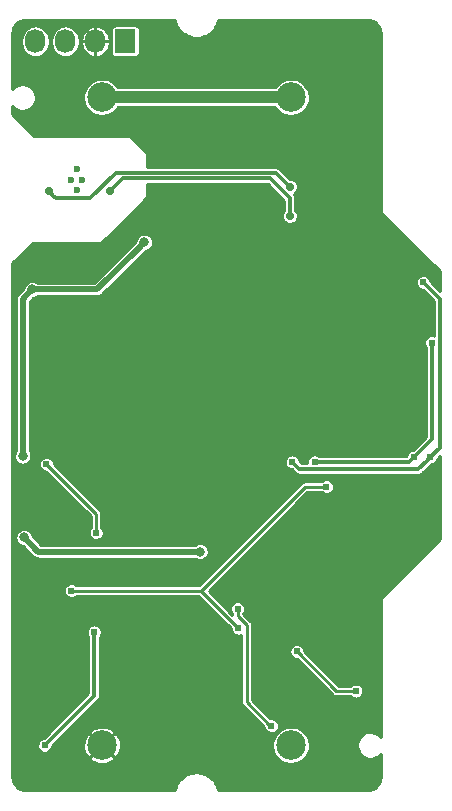
<source format=gbl>
G04 #@! TF.FileFunction,Copper,L2,Bot,Signal*
%FSLAX46Y46*%
G04 Gerber Fmt 4.6, Leading zero omitted, Abs format (unit mm)*
G04 Created by KiCad (PCBNEW 4.0.5) date 2017 April 23, Sunday 17:14:46*
%MOMM*%
%LPD*%
G01*
G04 APERTURE LIST*
%ADD10C,0.100000*%
%ADD11C,0.584200*%
%ADD12C,0.600000*%
%ADD13C,0.604800*%
%ADD14C,0.704800*%
%ADD15R,1.727200X2.032000*%
%ADD16O,1.727200X2.032000*%
%ADD17C,2.500000*%
%ADD18C,0.609600*%
%ADD19C,0.804800*%
%ADD20C,1.016000*%
%ADD21C,0.254000*%
%ADD22C,0.508000*%
%ADD23C,0.304800*%
G04 APERTURE END LIST*
D10*
D11*
X21900000Y12900000D03*
X22400000Y13650000D03*
X21400000Y13650000D03*
X21400000Y12150000D03*
X22400000Y12150000D03*
D12*
X6300000Y52099998D03*
X5400000Y52099998D03*
X5850000Y51199998D03*
X5850000Y52999998D03*
D13*
X19250000Y11350000D03*
D14*
X17950000Y20700000D03*
X33600000Y46500000D03*
X34400001Y45700000D03*
X13350000Y18950000D03*
X12250000Y18950000D03*
X26850000Y22650000D03*
X29850000Y22650000D03*
X32800000Y29100000D03*
X7400000Y61350000D03*
X12900000Y11100000D03*
X32200000Y32350000D03*
X8600000Y61350000D03*
X3050000Y32400000D03*
X3050000Y33600000D03*
X24600000Y61600000D03*
X23400000Y61600000D03*
X24600000Y1400000D03*
X23400000Y1400000D03*
X8600000Y1400000D03*
X7400000Y1400000D03*
X11700000Y11100000D03*
X10500000Y11100000D03*
X34000000Y20300000D03*
X33200000Y19500000D03*
X32200000Y34550000D03*
X32200000Y38600000D03*
X27300000Y37500000D03*
X27300000Y38600000D03*
D15*
X9990001Y63800000D03*
D16*
X7450001Y63800000D03*
X4910001Y63800000D03*
X2370001Y63800000D03*
D14*
X27300000Y39700000D03*
D17*
X24000000Y4200000D03*
X24000000Y59060000D03*
X8000000Y59060000D03*
X8000000Y4200000D03*
D13*
X24250000Y14700000D03*
D18*
X35100000Y23650000D03*
X35750000Y23650000D03*
X30000000Y48400000D03*
X30000000Y49000000D03*
X24700000Y49600000D03*
X24700000Y48400000D03*
X2800000Y56400000D03*
X34100000Y43300000D03*
X22350000Y5850000D03*
D19*
X11599997Y46799997D03*
X2100000Y42800000D03*
X1300000Y28700000D03*
X1400000Y21800000D03*
X16300000Y20600000D03*
D18*
X19479566Y15779566D03*
X3300000Y28000000D03*
X7500000Y22200000D03*
X34400000Y28600000D03*
D14*
X23900000Y49000000D03*
D18*
X26000001Y28200000D03*
D14*
X8700000Y51100000D03*
D18*
X35900000Y38300000D03*
D14*
X3500000Y51099994D03*
D18*
X35200008Y43400000D03*
X35800000Y28600000D03*
D14*
X23900000Y51500000D03*
D18*
X24100001Y28200000D03*
X19537516Y14109588D03*
X27000000Y26100000D03*
X5400000Y17300000D03*
X3150000Y4200002D03*
X7340822Y13800000D03*
X29500000Y8800000D03*
X24500000Y12150000D03*
D20*
X8000000Y59060000D02*
X24000000Y59060000D01*
D21*
X20250000Y7850000D02*
X22250000Y5850000D01*
X22250000Y5850000D02*
X22350000Y5850000D01*
X20250000Y7850000D02*
X20250000Y14400000D01*
X20250000Y14400000D02*
X19479566Y15170434D01*
X19479566Y15170434D02*
X19479566Y15779566D01*
D22*
X7600000Y42800000D02*
X11197598Y46397598D01*
X2100000Y42800000D02*
X7600000Y42800000D01*
X11197598Y46397598D02*
X11599997Y46799997D01*
X1300000Y28700000D02*
X1300000Y42000000D01*
X1300000Y42000000D02*
X2100000Y42800000D01*
X16300000Y20600000D02*
X2600000Y20600000D01*
X2600000Y20600000D02*
X1400000Y21800000D01*
D21*
X7500000Y22200000D02*
X7500000Y23800000D01*
X7500000Y23800000D02*
X3300000Y28000000D01*
D23*
X23900000Y49000000D02*
X23900000Y50527342D01*
X23900000Y50527342D02*
X22227342Y52200000D01*
X22227342Y52200000D02*
X9800000Y52200000D01*
X9800000Y52200000D02*
X8700000Y51100000D01*
X34400000Y28600000D02*
X34000000Y28200000D01*
X34000000Y28200000D02*
X26000001Y28200000D01*
X35900000Y30100000D02*
X35900000Y38300000D01*
X34400000Y28600000D02*
X35900000Y30100000D01*
X23900000Y51500000D02*
X22742790Y52657210D01*
X22742790Y52657210D02*
X9157210Y52657210D01*
X9157210Y52657210D02*
X7000000Y50500000D01*
X7000000Y50500000D02*
X4099994Y50500000D01*
X4099994Y50500000D02*
X3852399Y50747595D01*
X3852399Y50747595D02*
X3500000Y51099994D01*
X35504807Y43095201D02*
X35200008Y43400000D01*
X36600000Y29400000D02*
X36600000Y42000008D01*
X35800000Y28600000D02*
X36600000Y29400000D01*
X36600000Y42000008D02*
X35504807Y43095201D01*
X34790399Y27590399D02*
X35495201Y28295201D01*
X24709602Y27590399D02*
X34790399Y27590399D01*
X35495201Y28295201D02*
X35800000Y28600000D01*
X24100001Y28200000D02*
X24709602Y27590399D01*
D21*
X19232717Y14414387D02*
X19537516Y14109588D01*
X16400000Y17247104D02*
X19232717Y14414387D01*
X16400000Y17300000D02*
X16400000Y17247104D01*
X16400000Y17300000D02*
X25200000Y26100000D01*
X25200000Y26100000D02*
X27000000Y26100000D01*
X16400000Y17300000D02*
X5400000Y17300000D01*
D23*
X3454799Y4504801D02*
X3150000Y4200002D01*
X7340822Y8390824D02*
X3454799Y4504801D01*
X7340822Y13800000D02*
X7340822Y8390824D01*
D21*
X29500000Y8800000D02*
X27850000Y8800000D01*
X27850000Y8800000D02*
X24500000Y12150000D01*
G36*
X14140167Y65594799D02*
X14144876Y65571015D01*
X14146549Y65565611D01*
X14235067Y65286566D01*
X14249546Y65252784D01*
X14263530Y65218855D01*
X14266221Y65213879D01*
X14407254Y64957342D01*
X14428005Y64927035D01*
X14448326Y64896450D01*
X14451932Y64892091D01*
X14640107Y64667833D01*
X14666354Y64642130D01*
X14692224Y64616078D01*
X14696608Y64612503D01*
X14924758Y64429066D01*
X14955505Y64408946D01*
X14985936Y64388420D01*
X14990931Y64385764D01*
X15250366Y64250135D01*
X15284418Y64236377D01*
X15318272Y64222146D01*
X15323688Y64220511D01*
X15604525Y64137856D01*
X15640567Y64130981D01*
X15676576Y64123589D01*
X15682206Y64123038D01*
X15973751Y64096506D01*
X16010436Y64096762D01*
X16047198Y64096505D01*
X16052828Y64097058D01*
X16052832Y64097058D01*
X16343973Y64127658D01*
X16379945Y64135042D01*
X16416024Y64141924D01*
X16421440Y64143559D01*
X16701096Y64230128D01*
X16734937Y64244354D01*
X16769003Y64258117D01*
X16773998Y64260773D01*
X17031513Y64400012D01*
X17061967Y64420553D01*
X17092691Y64440658D01*
X17097075Y64444233D01*
X17322641Y64630838D01*
X17348524Y64656903D01*
X17374758Y64682592D01*
X17378358Y64686946D01*
X17378364Y64686952D01*
X17378368Y64686959D01*
X17563389Y64913816D01*
X17583680Y64944356D01*
X17604462Y64974707D01*
X17607152Y64979684D01*
X17744589Y65238165D01*
X17758584Y65272118D01*
X17773053Y65305876D01*
X17774725Y65311280D01*
X17859338Y65591534D01*
X17859985Y65594800D01*
X30480186Y65594799D01*
X30712269Y65572043D01*
X30916455Y65510395D01*
X31104781Y65410260D01*
X31270064Y65275458D01*
X31406017Y65111119D01*
X31507464Y64923497D01*
X31570535Y64719746D01*
X31594800Y64488878D01*
X31594800Y49500000D01*
X31598449Y49462781D01*
X31601714Y49425464D01*
X31602309Y49423415D01*
X31602517Y49421296D01*
X31613326Y49385495D01*
X31623777Y49349522D01*
X31624759Y49347629D01*
X31625374Y49345590D01*
X31642969Y49312499D01*
X31660171Y49279314D01*
X31661496Y49277654D01*
X31662500Y49275766D01*
X31686210Y49246695D01*
X31709508Y49217509D01*
X31712430Y49214546D01*
X31712482Y49214482D01*
X31712541Y49214433D01*
X31713480Y49213481D01*
X36594800Y44332161D01*
X36594800Y42687708D01*
X35834831Y43447677D01*
X35835035Y43462265D01*
X35810847Y43584423D01*
X35763392Y43699557D01*
X35694478Y43803280D01*
X35606730Y43891643D01*
X35503490Y43961279D01*
X35388691Y44009536D01*
X35266705Y44034577D01*
X35142178Y44035446D01*
X35019854Y44012111D01*
X34904392Y43965462D01*
X34800190Y43897274D01*
X34711216Y43810145D01*
X34640861Y43707394D01*
X34591804Y43592934D01*
X34565913Y43471125D01*
X34564174Y43346608D01*
X34586654Y43224124D01*
X34632496Y43108339D01*
X34699955Y43003663D01*
X34786461Y42914084D01*
X34888718Y42843013D01*
X35002833Y42793157D01*
X35124458Y42766417D01*
X35151661Y42765847D01*
X36117400Y41800108D01*
X36117400Y38897464D01*
X36088683Y38909536D01*
X35966697Y38934577D01*
X35842170Y38935446D01*
X35719846Y38912111D01*
X35604384Y38865462D01*
X35500182Y38797274D01*
X35411208Y38710145D01*
X35340853Y38607394D01*
X35291796Y38492934D01*
X35265905Y38371125D01*
X35264166Y38246608D01*
X35286646Y38124124D01*
X35332488Y38008339D01*
X35399947Y37903663D01*
X35417400Y37885590D01*
X35417400Y30299899D01*
X34352872Y29235371D01*
X34342170Y29235446D01*
X34219846Y29212111D01*
X34104384Y29165462D01*
X34000182Y29097274D01*
X33911208Y29010145D01*
X33840853Y28907394D01*
X33791796Y28792934D01*
X33768344Y28682600D01*
X26415703Y28682600D01*
X26406723Y28691643D01*
X26303483Y28761279D01*
X26188684Y28809536D01*
X26066698Y28834577D01*
X25942171Y28835446D01*
X25819847Y28812111D01*
X25704385Y28765462D01*
X25600183Y28697274D01*
X25511209Y28610145D01*
X25440854Y28507394D01*
X25391797Y28392934D01*
X25365906Y28271125D01*
X25364167Y28146608D01*
X25377677Y28072999D01*
X24909502Y28072999D01*
X24734824Y28247677D01*
X24735028Y28262265D01*
X24710840Y28384423D01*
X24663385Y28499557D01*
X24594471Y28603280D01*
X24506723Y28691643D01*
X24403483Y28761279D01*
X24288684Y28809536D01*
X24166698Y28834577D01*
X24042171Y28835446D01*
X23919847Y28812111D01*
X23804385Y28765462D01*
X23700183Y28697274D01*
X23611209Y28610145D01*
X23540854Y28507394D01*
X23491797Y28392934D01*
X23465906Y28271125D01*
X23464167Y28146608D01*
X23486647Y28024124D01*
X23532489Y27908339D01*
X23599948Y27803663D01*
X23686454Y27714084D01*
X23788711Y27643013D01*
X23902826Y27593157D01*
X24024451Y27566417D01*
X24051654Y27565847D01*
X24368352Y27249149D01*
X24402799Y27220854D01*
X24436949Y27192199D01*
X24439172Y27190977D01*
X24441133Y27189366D01*
X24480450Y27168284D01*
X24519486Y27146824D01*
X24521902Y27146058D01*
X24524141Y27144857D01*
X24566804Y27131814D01*
X24609264Y27118345D01*
X24611785Y27118062D01*
X24614213Y27117320D01*
X24658568Y27112815D01*
X24702864Y27107846D01*
X24707824Y27107811D01*
X24707917Y27107802D01*
X24708003Y27107810D01*
X24709602Y27107799D01*
X34790399Y27107799D01*
X34834725Y27112145D01*
X34879174Y27116034D01*
X34881613Y27116743D01*
X34884136Y27116990D01*
X34926799Y27129871D01*
X34969622Y27142312D01*
X34971874Y27143479D01*
X34974304Y27144213D01*
X35013694Y27165157D01*
X35053242Y27185657D01*
X35055223Y27187238D01*
X35057466Y27188431D01*
X35092024Y27216616D01*
X35126851Y27244418D01*
X35130387Y27247904D01*
X35130455Y27247960D01*
X35130507Y27248023D01*
X35131649Y27249149D01*
X35836379Y27953880D01*
X35836451Y27953951D01*
X35846363Y27963863D01*
X35848952Y27963809D01*
X35971590Y27985433D01*
X36087692Y28030466D01*
X36192836Y28097192D01*
X36283017Y28183071D01*
X36354800Y28284830D01*
X36405451Y28398593D01*
X36433041Y28520028D01*
X36433473Y28550973D01*
X36594800Y28712300D01*
X36594800Y21667840D01*
X31713480Y16786520D01*
X31689716Y16757589D01*
X31665664Y16728925D01*
X31664637Y16727057D01*
X31663285Y16725411D01*
X31645605Y16692438D01*
X31627566Y16659625D01*
X31626921Y16657593D01*
X31625915Y16655716D01*
X31614967Y16619907D01*
X31603655Y16584246D01*
X31603418Y16582131D01*
X31602794Y16580091D01*
X31599009Y16542832D01*
X31594839Y16505657D01*
X31594810Y16501496D01*
X31594802Y16501414D01*
X31594809Y16501338D01*
X31594800Y16500000D01*
X31594800Y4933163D01*
X31453903Y5075048D01*
X31270152Y5198990D01*
X31065826Y5284880D01*
X30848710Y5329448D01*
X30627071Y5330995D01*
X30409354Y5289463D01*
X30203849Y5206434D01*
X30018385Y5085070D01*
X29860027Y4929994D01*
X29734806Y4747113D01*
X29647491Y4543392D01*
X29601409Y4326592D01*
X29598314Y4104970D01*
X29638325Y3886967D01*
X29719917Y3680888D01*
X29839984Y3494582D01*
X29993950Y3335145D01*
X30175953Y3208649D01*
X30379059Y3119915D01*
X30595532Y3072320D01*
X30817127Y3067678D01*
X31035404Y3106166D01*
X31242048Y3186318D01*
X31429188Y3305081D01*
X31589696Y3457930D01*
X31594800Y3465165D01*
X31594800Y1519816D01*
X31572043Y1287731D01*
X31510395Y1083542D01*
X31410261Y895219D01*
X31275461Y729937D01*
X31111117Y593981D01*
X30923497Y492535D01*
X30719749Y429465D01*
X30488867Y405199D01*
X17859837Y405201D01*
X17855128Y428984D01*
X17853455Y434388D01*
X17764936Y713433D01*
X17750458Y747213D01*
X17736474Y781141D01*
X17733783Y786117D01*
X17733782Y786120D01*
X17733779Y786125D01*
X17592751Y1042656D01*
X17571988Y1072979D01*
X17551678Y1103549D01*
X17548072Y1107908D01*
X17359897Y1332166D01*
X17333650Y1357869D01*
X17307781Y1383920D01*
X17303397Y1387495D01*
X17075246Y1570933D01*
X17044552Y1591019D01*
X17014069Y1611580D01*
X17009074Y1614236D01*
X16749638Y1749865D01*
X16715612Y1763612D01*
X16681733Y1777854D01*
X16676317Y1779489D01*
X16395479Y1862145D01*
X16359423Y1869023D01*
X16323427Y1876412D01*
X16317799Y1876963D01*
X16317797Y1876963D01*
X16026253Y1903495D01*
X15989567Y1903239D01*
X15952805Y1903496D01*
X15947175Y1902943D01*
X15947171Y1902943D01*
X15656030Y1872343D01*
X15620065Y1864961D01*
X15583978Y1858077D01*
X15578563Y1856442D01*
X15298907Y1769874D01*
X15265066Y1755648D01*
X15231000Y1741885D01*
X15226006Y1739229D01*
X14968489Y1599991D01*
X14938018Y1579438D01*
X14907310Y1559344D01*
X14902926Y1555769D01*
X14677360Y1369164D01*
X14651477Y1343099D01*
X14625243Y1317410D01*
X14621638Y1313051D01*
X14436612Y1086186D01*
X14416306Y1055623D01*
X14395539Y1025295D01*
X14392849Y1020318D01*
X14255411Y761837D01*
X14241419Y727889D01*
X14226948Y694127D01*
X14225275Y688723D01*
X14140661Y408469D01*
X14140014Y405201D01*
X1519814Y405200D01*
X1287730Y427956D01*
X1083541Y489604D01*
X895223Y589735D01*
X729936Y724539D01*
X593980Y888882D01*
X492535Y1076501D01*
X429463Y1280253D01*
X405200Y1511102D01*
X405200Y3135241D01*
X6935949Y3135241D01*
X7067092Y2915111D01*
X7335687Y2757799D01*
X7629811Y2655909D01*
X7938161Y2613358D01*
X8248888Y2631781D01*
X8550051Y2710469D01*
X8830075Y2846399D01*
X8932908Y2915111D01*
X9064051Y3135241D01*
X8000000Y4199293D01*
X6935949Y3135241D01*
X405200Y3135241D01*
X405200Y4146610D01*
X2514166Y4146610D01*
X2536646Y4024126D01*
X2582488Y3908341D01*
X2649947Y3803665D01*
X2736453Y3714086D01*
X2838710Y3643015D01*
X2952825Y3593159D01*
X3074450Y3566419D01*
X3198952Y3563811D01*
X3321590Y3585435D01*
X3437692Y3630468D01*
X3542836Y3697194D01*
X3633017Y3783073D01*
X3704800Y3884832D01*
X3755451Y3998595D01*
X3783041Y4120030D01*
X3783473Y4150975D01*
X3796049Y4163551D01*
X3894336Y4261839D01*
X6413358Y4261839D01*
X6431781Y3951112D01*
X6510469Y3649949D01*
X6646399Y3369925D01*
X6715111Y3267092D01*
X6935241Y3135949D01*
X7999293Y4200000D01*
X8000707Y4200000D01*
X9064759Y3135949D01*
X9284889Y3267092D01*
X9442201Y3535687D01*
X9544091Y3829811D01*
X9576840Y4067132D01*
X22417723Y4067132D01*
X22473664Y3762330D01*
X22587744Y3474199D01*
X22755615Y3213713D01*
X22970885Y2990794D01*
X23225354Y2813934D01*
X23509329Y2689869D01*
X23811993Y2623324D01*
X24121818Y2616834D01*
X24427003Y2670646D01*
X24715924Y2782711D01*
X24977576Y2948760D01*
X25201992Y3162469D01*
X25380624Y3415696D01*
X25506669Y3698798D01*
X25575325Y4000990D01*
X25580268Y4354947D01*
X25520076Y4658938D01*
X25401985Y4945449D01*
X25230493Y5203565D01*
X25012131Y5423456D01*
X24755218Y5596746D01*
X24469539Y5716835D01*
X24165975Y5779148D01*
X23856089Y5781311D01*
X23551685Y5723243D01*
X23264357Y5607155D01*
X23005050Y5437469D01*
X22783639Y5220648D01*
X22608560Y4964951D01*
X22486480Y4680117D01*
X22422050Y4376995D01*
X22417723Y4067132D01*
X9576840Y4067132D01*
X9586642Y4138161D01*
X9568219Y4448888D01*
X9489531Y4750051D01*
X9353601Y5030075D01*
X9284889Y5132908D01*
X9064759Y5264051D01*
X8000707Y4200000D01*
X7999293Y4200000D01*
X6935241Y5264051D01*
X6715111Y5132908D01*
X6557799Y4864313D01*
X6455909Y4570189D01*
X6413358Y4261839D01*
X3894336Y4261839D01*
X4897256Y5264759D01*
X6935949Y5264759D01*
X8000000Y4200707D01*
X9064051Y5264759D01*
X8932908Y5484889D01*
X8664313Y5642201D01*
X8370189Y5744091D01*
X8061839Y5786642D01*
X7751112Y5768219D01*
X7449949Y5689531D01*
X7169925Y5553601D01*
X7067092Y5484889D01*
X6935949Y5264759D01*
X4897256Y5264759D01*
X7682071Y8049574D01*
X7710320Y8083965D01*
X7739022Y8118171D01*
X7740246Y8120397D01*
X7741854Y8122355D01*
X7762896Y8161598D01*
X7784397Y8200708D01*
X7785165Y8203128D01*
X7786363Y8205363D01*
X7799397Y8247993D01*
X7812876Y8290486D01*
X7813159Y8293006D01*
X7813901Y8295434D01*
X7818407Y8339795D01*
X7823375Y8384086D01*
X7823410Y8389046D01*
X7823419Y8389139D01*
X7823411Y8389225D01*
X7823422Y8390824D01*
X7823422Y13382674D01*
X7823839Y13383071D01*
X7895622Y13484830D01*
X7946273Y13598593D01*
X7973863Y13720028D01*
X7975849Y13862265D01*
X7951661Y13984423D01*
X7904206Y14099557D01*
X7835292Y14203280D01*
X7747544Y14291643D01*
X7644304Y14361279D01*
X7529505Y14409536D01*
X7407519Y14434577D01*
X7282992Y14435446D01*
X7160668Y14412111D01*
X7045206Y14365462D01*
X6941004Y14297274D01*
X6852030Y14210145D01*
X6781675Y14107394D01*
X6732618Y13992934D01*
X6706727Y13871125D01*
X6704988Y13746608D01*
X6727468Y13624124D01*
X6773310Y13508339D01*
X6840769Y13403663D01*
X6858222Y13385590D01*
X6858222Y8590723D01*
X3113549Y4846051D01*
X3102871Y4835373D01*
X3092170Y4835448D01*
X2969846Y4812113D01*
X2854384Y4765464D01*
X2750182Y4697276D01*
X2661208Y4610147D01*
X2590853Y4507396D01*
X2541796Y4392936D01*
X2515905Y4271127D01*
X2514166Y4146610D01*
X405200Y4146610D01*
X405200Y17246608D01*
X4764166Y17246608D01*
X4786646Y17124124D01*
X4832488Y17008339D01*
X4899947Y16903663D01*
X4986453Y16814084D01*
X5088710Y16743013D01*
X5202825Y16693157D01*
X5324450Y16666417D01*
X5448952Y16663809D01*
X5571590Y16685433D01*
X5687692Y16730466D01*
X5792836Y16797192D01*
X5840729Y16842800D01*
X16157726Y16842800D01*
X18902269Y14098257D01*
X18901682Y14056196D01*
X18924162Y13933712D01*
X18970004Y13817927D01*
X19037463Y13713251D01*
X19123969Y13623672D01*
X19226226Y13552601D01*
X19340341Y13502745D01*
X19461966Y13476005D01*
X19586468Y13473397D01*
X19709106Y13495021D01*
X19792800Y13527484D01*
X19792800Y7850000D01*
X19796922Y7807957D01*
X19800602Y7765897D01*
X19801272Y7763590D01*
X19801507Y7761196D01*
X19813704Y7720800D01*
X19825496Y7680210D01*
X19826605Y7678071D01*
X19827298Y7675775D01*
X19847115Y7638504D01*
X19866560Y7600991D01*
X19868058Y7599115D01*
X19869188Y7596989D01*
X19895917Y7564216D01*
X19922228Y7531257D01*
X19925523Y7527915D01*
X19925584Y7527841D01*
X19925653Y7527784D01*
X19926711Y7526711D01*
X21727058Y5726364D01*
X21736646Y5674124D01*
X21782488Y5558339D01*
X21849947Y5453663D01*
X21936453Y5364084D01*
X22038710Y5293013D01*
X22152825Y5243157D01*
X22274450Y5216417D01*
X22398952Y5213809D01*
X22521590Y5235433D01*
X22637692Y5280466D01*
X22742836Y5347192D01*
X22833017Y5433071D01*
X22904800Y5534830D01*
X22955451Y5648593D01*
X22983041Y5770028D01*
X22985027Y5912265D01*
X22960839Y6034423D01*
X22913384Y6149557D01*
X22844470Y6253280D01*
X22756722Y6341643D01*
X22653482Y6411279D01*
X22538683Y6459536D01*
X22416697Y6484577D01*
X22292170Y6485446D01*
X22266104Y6480474D01*
X20707200Y8039378D01*
X20707200Y12096608D01*
X23864166Y12096608D01*
X23886646Y11974124D01*
X23932488Y11858339D01*
X23999947Y11753663D01*
X24086453Y11664084D01*
X24188710Y11593013D01*
X24302825Y11543157D01*
X24424450Y11516417D01*
X24488343Y11515079D01*
X27526710Y8476711D01*
X27559364Y8449889D01*
X27591697Y8422758D01*
X27593803Y8421600D01*
X27595661Y8420074D01*
X27632856Y8400130D01*
X27669890Y8379771D01*
X27672185Y8379043D01*
X27674300Y8377909D01*
X27714656Y8365571D01*
X27754943Y8352791D01*
X27757331Y8352523D01*
X27759631Y8351820D01*
X27801663Y8347551D01*
X27843616Y8342845D01*
X27848317Y8342812D01*
X27848404Y8342803D01*
X27848485Y8342811D01*
X27850000Y8342800D01*
X29058722Y8342800D01*
X29086453Y8314084D01*
X29188710Y8243013D01*
X29302825Y8193157D01*
X29424450Y8166417D01*
X29548952Y8163809D01*
X29671590Y8185433D01*
X29787692Y8230466D01*
X29892836Y8297192D01*
X29983017Y8383071D01*
X30054800Y8484830D01*
X30105451Y8598593D01*
X30133041Y8720028D01*
X30135027Y8862265D01*
X30110839Y8984423D01*
X30063384Y9099557D01*
X29994470Y9203280D01*
X29906722Y9291643D01*
X29803482Y9361279D01*
X29688683Y9409536D01*
X29566697Y9434577D01*
X29442170Y9435446D01*
X29319846Y9412111D01*
X29204384Y9365462D01*
X29100182Y9297274D01*
X29059259Y9257200D01*
X28039379Y9257200D01*
X25134329Y12162249D01*
X25135027Y12212265D01*
X25110839Y12334423D01*
X25063384Y12449557D01*
X24994470Y12553280D01*
X24906722Y12641643D01*
X24803482Y12711279D01*
X24688683Y12759536D01*
X24566697Y12784577D01*
X24442170Y12785446D01*
X24319846Y12762111D01*
X24204384Y12715462D01*
X24100182Y12647274D01*
X24011208Y12560145D01*
X23940853Y12457394D01*
X23891796Y12342934D01*
X23865905Y12221125D01*
X23864166Y12096608D01*
X20707200Y12096608D01*
X20707200Y14400000D01*
X20703078Y14442043D01*
X20699398Y14484103D01*
X20698728Y14486410D01*
X20698493Y14488804D01*
X20686296Y14529200D01*
X20674504Y14569790D01*
X20673395Y14571929D01*
X20672702Y14574225D01*
X20652885Y14611496D01*
X20633440Y14649009D01*
X20631942Y14650885D01*
X20630812Y14653011D01*
X20604058Y14685815D01*
X20577771Y14718743D01*
X20574478Y14722083D01*
X20574416Y14722159D01*
X20574346Y14722217D01*
X20573289Y14723289D01*
X19947912Y15348666D01*
X19962583Y15362637D01*
X20034366Y15464396D01*
X20085017Y15578159D01*
X20112607Y15699594D01*
X20114593Y15841831D01*
X20090405Y15963989D01*
X20042950Y16079123D01*
X19974036Y16182846D01*
X19886288Y16271209D01*
X19783048Y16340845D01*
X19668249Y16389102D01*
X19546263Y16414143D01*
X19421736Y16415012D01*
X19299412Y16391677D01*
X19183950Y16345028D01*
X19079748Y16276840D01*
X18990774Y16189711D01*
X18920419Y16086960D01*
X18871362Y15972500D01*
X18845471Y15850691D01*
X18843732Y15726174D01*
X18866212Y15603690D01*
X18912054Y15487905D01*
X18979513Y15383229D01*
X19022366Y15338854D01*
X19022366Y15271316D01*
X17020130Y17273552D01*
X25389378Y25642800D01*
X26558722Y25642800D01*
X26586453Y25614084D01*
X26688710Y25543013D01*
X26802825Y25493157D01*
X26924450Y25466417D01*
X27048952Y25463809D01*
X27171590Y25485433D01*
X27287692Y25530466D01*
X27392836Y25597192D01*
X27483017Y25683071D01*
X27554800Y25784830D01*
X27605451Y25898593D01*
X27633041Y26020028D01*
X27635027Y26162265D01*
X27610839Y26284423D01*
X27563384Y26399557D01*
X27494470Y26503280D01*
X27406722Y26591643D01*
X27303482Y26661279D01*
X27188683Y26709536D01*
X27066697Y26734577D01*
X26942170Y26735446D01*
X26819846Y26712111D01*
X26704384Y26665462D01*
X26600182Y26597274D01*
X26559259Y26557200D01*
X25200000Y26557200D01*
X25157957Y26553078D01*
X25115897Y26549398D01*
X25113590Y26548728D01*
X25111196Y26548493D01*
X25070800Y26536296D01*
X25030210Y26524504D01*
X25028071Y26523395D01*
X25025775Y26522702D01*
X24988504Y26502885D01*
X24950991Y26483440D01*
X24949115Y26481942D01*
X24946989Y26480812D01*
X24914185Y26454058D01*
X24881257Y26427771D01*
X24877917Y26424478D01*
X24877841Y26424416D01*
X24877783Y26424346D01*
X24876711Y26423289D01*
X16210622Y17757200D01*
X5840925Y17757200D01*
X5806722Y17791643D01*
X5703482Y17861279D01*
X5588683Y17909536D01*
X5466697Y17934577D01*
X5342170Y17935446D01*
X5219846Y17912111D01*
X5104384Y17865462D01*
X5000182Y17797274D01*
X4911208Y17710145D01*
X4840853Y17607394D01*
X4791796Y17492934D01*
X4765905Y17371125D01*
X4764166Y17246608D01*
X405200Y17246608D01*
X405200Y21738401D01*
X666437Y21738401D01*
X692372Y21597091D01*
X745261Y21463510D01*
X823088Y21342745D01*
X922890Y21239397D01*
X1040865Y21157403D01*
X1172519Y21099885D01*
X1302513Y21071303D01*
X2186908Y20186908D01*
X2228628Y20152639D01*
X2269946Y20117969D01*
X2272638Y20116489D01*
X2275012Y20114539D01*
X2322563Y20089042D01*
X2369859Y20063041D01*
X2372788Y20062112D01*
X2375494Y20060661D01*
X2427066Y20044894D01*
X2478538Y20028566D01*
X2481593Y20028223D01*
X2484528Y20027326D01*
X2538171Y20021877D01*
X2591843Y20015857D01*
X2597853Y20015815D01*
X2597961Y20015804D01*
X2598062Y20015814D01*
X2600000Y20015800D01*
X15856842Y20015800D01*
X15940865Y19957403D01*
X16072519Y19899885D01*
X16212838Y19869033D01*
X16356476Y19866025D01*
X16497964Y19890973D01*
X16631911Y19942927D01*
X16753216Y20019910D01*
X16857258Y20118988D01*
X16940074Y20236387D01*
X16998510Y20367637D01*
X17030340Y20507737D01*
X17032632Y20671835D01*
X17004726Y20812769D01*
X16949977Y20945599D01*
X16870472Y21065265D01*
X16769236Y21167209D01*
X16650128Y21247549D01*
X16517684Y21303223D01*
X16376948Y21332112D01*
X16233281Y21333115D01*
X16092156Y21306194D01*
X15958947Y21252374D01*
X15854766Y21184200D01*
X2841984Y21184200D01*
X2127270Y21898914D01*
X2104726Y22012769D01*
X2049977Y22145599D01*
X1970472Y22265265D01*
X1869236Y22367209D01*
X1750128Y22447549D01*
X1617684Y22503223D01*
X1476948Y22532112D01*
X1333281Y22533115D01*
X1192156Y22506194D01*
X1058947Y22452374D01*
X938729Y22373706D01*
X836080Y22273185D01*
X754911Y22154641D01*
X698313Y22022588D01*
X668443Y21882057D01*
X666437Y21738401D01*
X405200Y21738401D01*
X405200Y27946608D01*
X2664166Y27946608D01*
X2686646Y27824124D01*
X2732488Y27708339D01*
X2799947Y27603663D01*
X2886453Y27514084D01*
X2988710Y27443013D01*
X3102825Y27393157D01*
X3224450Y27366417D01*
X3288343Y27365079D01*
X7042800Y23610622D01*
X7042800Y22641082D01*
X7011208Y22610145D01*
X6940853Y22507394D01*
X6891796Y22392934D01*
X6865905Y22271125D01*
X6864166Y22146608D01*
X6886646Y22024124D01*
X6932488Y21908339D01*
X6999947Y21803663D01*
X7086453Y21714084D01*
X7188710Y21643013D01*
X7302825Y21593157D01*
X7424450Y21566417D01*
X7548952Y21563809D01*
X7671590Y21585433D01*
X7787692Y21630466D01*
X7892836Y21697192D01*
X7983017Y21783071D01*
X8054800Y21884830D01*
X8105451Y21998593D01*
X8133041Y22120028D01*
X8135027Y22262265D01*
X8110839Y22384423D01*
X8063384Y22499557D01*
X7994470Y22603280D01*
X7957200Y22640811D01*
X7957200Y23800000D01*
X7953078Y23842043D01*
X7949398Y23884103D01*
X7948728Y23886410D01*
X7948493Y23888804D01*
X7936296Y23929200D01*
X7924504Y23969790D01*
X7923395Y23971929D01*
X7922702Y23974225D01*
X7902885Y24011496D01*
X7883440Y24049009D01*
X7881942Y24050885D01*
X7880812Y24053011D01*
X7854083Y24085784D01*
X7827772Y24118743D01*
X7824477Y24122085D01*
X7824416Y24122159D01*
X7824347Y24122216D01*
X7823289Y24123289D01*
X3934329Y28012249D01*
X3935027Y28062265D01*
X3910839Y28184423D01*
X3863384Y28299557D01*
X3794470Y28403280D01*
X3706722Y28491643D01*
X3603482Y28561279D01*
X3488683Y28609536D01*
X3366697Y28634577D01*
X3242170Y28635446D01*
X3119846Y28612111D01*
X3004384Y28565462D01*
X2900182Y28497274D01*
X2811208Y28410145D01*
X2740853Y28307394D01*
X2691796Y28192934D01*
X2665905Y28071125D01*
X2664166Y27946608D01*
X405200Y27946608D01*
X405200Y28638401D01*
X566437Y28638401D01*
X592372Y28497091D01*
X645261Y28363510D01*
X723088Y28242745D01*
X822890Y28139397D01*
X940865Y28057403D01*
X1072519Y27999885D01*
X1212838Y27969033D01*
X1356476Y27966025D01*
X1497964Y27990973D01*
X1631911Y28042927D01*
X1753216Y28119910D01*
X1857258Y28218988D01*
X1940074Y28336387D01*
X1998510Y28467637D01*
X2030340Y28607737D01*
X2032632Y28771835D01*
X2004726Y28912769D01*
X1949977Y29045599D01*
X1884200Y29144602D01*
X1884200Y41758016D01*
X2199858Y42073674D01*
X2297964Y42090973D01*
X2431911Y42142927D01*
X2546740Y42215800D01*
X7600000Y42215800D01*
X7653701Y42221065D01*
X7707464Y42225769D01*
X7710415Y42226626D01*
X7713472Y42226926D01*
X7765113Y42242517D01*
X7816953Y42257578D01*
X7819682Y42258993D01*
X7822621Y42259880D01*
X7870275Y42285218D01*
X7918178Y42310049D01*
X7920576Y42311964D01*
X7923291Y42313407D01*
X7965115Y42347518D01*
X8007284Y42381181D01*
X8011564Y42385401D01*
X8011647Y42385469D01*
X8011711Y42385546D01*
X8013092Y42386908D01*
X11699855Y46073671D01*
X11797961Y46090970D01*
X11931908Y46142924D01*
X12053213Y46219907D01*
X12157255Y46318985D01*
X12240071Y46436384D01*
X12298507Y46567634D01*
X12330337Y46707734D01*
X12332629Y46871832D01*
X12304723Y47012766D01*
X12249974Y47145596D01*
X12170469Y47265262D01*
X12069233Y47367206D01*
X11950125Y47447546D01*
X11817681Y47503220D01*
X11676945Y47532109D01*
X11533278Y47533112D01*
X11392153Y47506191D01*
X11258944Y47452371D01*
X11138726Y47373703D01*
X11036077Y47273182D01*
X10954908Y47154638D01*
X10898310Y47022585D01*
X10871833Y46898017D01*
X7358016Y43384200D01*
X2544046Y43384200D01*
X2450128Y43447549D01*
X2317684Y43503223D01*
X2176948Y43532112D01*
X2033281Y43533115D01*
X1892156Y43506194D01*
X1758947Y43452374D01*
X1638729Y43373706D01*
X1536080Y43273185D01*
X1454911Y43154641D01*
X1398313Y43022588D01*
X1371836Y42898020D01*
X886908Y42413092D01*
X852639Y42371372D01*
X817969Y42330054D01*
X816489Y42327362D01*
X814539Y42324988D01*
X789042Y42277437D01*
X763041Y42230141D01*
X762112Y42227212D01*
X760661Y42224506D01*
X744894Y42172934D01*
X728566Y42121462D01*
X728223Y42118407D01*
X727326Y42115472D01*
X721877Y42061829D01*
X715857Y42008157D01*
X715815Y42002147D01*
X715804Y42002039D01*
X715814Y42001938D01*
X715800Y42000000D01*
X715800Y29143567D01*
X654911Y29054641D01*
X598313Y28922588D01*
X568443Y28782057D01*
X566437Y28638401D01*
X405200Y28638401D01*
X405200Y45025595D01*
X2122994Y46743387D01*
X2156409Y46736771D01*
X2192331Y46729135D01*
X2197957Y46728544D01*
X2314498Y46717117D01*
X2331489Y46717117D01*
X2348382Y46715222D01*
X2354039Y46715183D01*
X7754039Y46715184D01*
X7791249Y46718833D01*
X7828576Y46722098D01*
X7830625Y46722693D01*
X7832743Y46722901D01*
X7868519Y46733702D01*
X7904518Y46744161D01*
X7906413Y46745143D01*
X7908449Y46745758D01*
X7941501Y46763332D01*
X7974726Y46780555D01*
X7976388Y46781882D01*
X7978273Y46782884D01*
X8007298Y46806556D01*
X8036531Y46829892D01*
X8039499Y46832819D01*
X8039557Y46832866D01*
X8039602Y46832920D01*
X8040559Y46833864D01*
X11440559Y50233866D01*
X11440614Y50233933D01*
X11442553Y50235873D01*
X11448100Y50241497D01*
X11459686Y50255805D01*
X11472700Y50268819D01*
X11476260Y50273215D01*
X11545137Y50359497D01*
X11556313Y50376707D01*
X11789803Y50610197D01*
X11816994Y50650590D01*
X11827000Y50700000D01*
X11827000Y51717400D01*
X22027442Y51717400D01*
X23417400Y50327443D01*
X23417400Y49482834D01*
X23374568Y49440890D01*
X23298939Y49330436D01*
X23246204Y49207396D01*
X23218372Y49076457D01*
X23216503Y48942605D01*
X23240668Y48810940D01*
X23289947Y48686475D01*
X23362462Y48573953D01*
X23455453Y48477659D01*
X23565376Y48401260D01*
X23688044Y48347667D01*
X23818786Y48318922D01*
X23952622Y48316119D01*
X24084453Y48339364D01*
X24209258Y48387773D01*
X24322284Y48459501D01*
X24419225Y48551817D01*
X24496389Y48661204D01*
X24550837Y48783495D01*
X24580494Y48914034D01*
X24582629Y49066932D01*
X24556628Y49198248D01*
X24505616Y49322012D01*
X24431537Y49433511D01*
X24382600Y49482790D01*
X24382600Y50527342D01*
X24378254Y50571668D01*
X24374365Y50616117D01*
X24373656Y50618556D01*
X24373409Y50621079D01*
X24360524Y50663755D01*
X24348087Y50706564D01*
X24346920Y50708815D01*
X24346186Y50711247D01*
X24325253Y50750616D01*
X24304743Y50790185D01*
X24303159Y50792170D01*
X24301968Y50794409D01*
X24273805Y50828939D01*
X24245981Y50863794D01*
X24242498Y50867325D01*
X24242439Y50867398D01*
X24242372Y50867454D01*
X24241250Y50868591D01*
X24217095Y50892746D01*
X24322284Y50959501D01*
X24419225Y51051817D01*
X24496389Y51161204D01*
X24550837Y51283495D01*
X24580494Y51414034D01*
X24582629Y51566932D01*
X24556628Y51698248D01*
X24505616Y51822012D01*
X24431537Y51933511D01*
X24337211Y52028497D01*
X24226232Y52103354D01*
X24102827Y52155228D01*
X23971696Y52182146D01*
X23899853Y52182647D01*
X23084040Y52998460D01*
X23049593Y53026755D01*
X23015443Y53055410D01*
X23013220Y53056632D01*
X23011259Y53058243D01*
X22971942Y53079325D01*
X22932906Y53100785D01*
X22930490Y53101551D01*
X22928251Y53102752D01*
X22885588Y53115795D01*
X22843128Y53129264D01*
X22840607Y53129547D01*
X22838179Y53130289D01*
X22793824Y53134794D01*
X22749528Y53139763D01*
X22744568Y53139798D01*
X22744475Y53139807D01*
X22744389Y53139799D01*
X22742790Y53139810D01*
X11827000Y53139810D01*
X11827000Y54299999D01*
X11817666Y54347788D01*
X11789803Y54389802D01*
X10389803Y55789802D01*
X10349410Y55816993D01*
X10300000Y55826999D01*
X2252607Y55827000D01*
X405200Y57674406D01*
X405200Y58328470D01*
X533950Y58195145D01*
X715953Y58068649D01*
X919059Y57979915D01*
X1135532Y57932320D01*
X1357127Y57927678D01*
X1575404Y57966166D01*
X1782048Y58046318D01*
X1969188Y58165081D01*
X2129696Y58317930D01*
X2257458Y58499046D01*
X2347609Y58701527D01*
X2396714Y58917663D01*
X2396846Y58927132D01*
X6417723Y58927132D01*
X6473664Y58622330D01*
X6587744Y58334199D01*
X6755615Y58073713D01*
X6970885Y57850794D01*
X7225354Y57673934D01*
X7509329Y57549869D01*
X7811993Y57483324D01*
X8121818Y57476834D01*
X8427003Y57530646D01*
X8715924Y57642711D01*
X8977576Y57808760D01*
X9201992Y58022469D01*
X9342605Y58221800D01*
X22660180Y58221800D01*
X22755615Y58073713D01*
X22970885Y57850794D01*
X23225354Y57673934D01*
X23509329Y57549869D01*
X23811993Y57483324D01*
X24121818Y57476834D01*
X24427003Y57530646D01*
X24715924Y57642711D01*
X24977576Y57808760D01*
X25201992Y58022469D01*
X25380624Y58275696D01*
X25506669Y58558798D01*
X25575325Y58860990D01*
X25580268Y59214947D01*
X25520076Y59518938D01*
X25401985Y59805449D01*
X25230493Y60063565D01*
X25012131Y60283456D01*
X24755218Y60456746D01*
X24469539Y60576835D01*
X24165975Y60639148D01*
X23856089Y60641311D01*
X23551685Y60583243D01*
X23264357Y60467155D01*
X23005050Y60297469D01*
X22783639Y60080648D01*
X22658715Y59898200D01*
X9340361Y59898200D01*
X9230493Y60063565D01*
X9012131Y60283456D01*
X8755218Y60456746D01*
X8469539Y60576835D01*
X8165975Y60639148D01*
X7856089Y60641311D01*
X7551685Y60583243D01*
X7264357Y60467155D01*
X7005050Y60297469D01*
X6783639Y60080648D01*
X6608560Y59824951D01*
X6486480Y59540117D01*
X6422050Y59236995D01*
X6417723Y58927132D01*
X2396846Y58927132D01*
X2400249Y59170822D01*
X2357198Y59388244D01*
X2272736Y59593164D01*
X2150080Y59777776D01*
X1993903Y59935048D01*
X1810152Y60058990D01*
X1605826Y60144880D01*
X1388710Y60189448D01*
X1167071Y60190995D01*
X949354Y60149463D01*
X743849Y60066434D01*
X558385Y59945070D01*
X405200Y59795060D01*
X405200Y63958914D01*
X1176201Y63958914D01*
X1176201Y63641086D01*
X1198937Y63409209D01*
X1266278Y63186164D01*
X1375660Y62980447D01*
X1522915Y62799894D01*
X1702437Y62651381D01*
X1907385Y62540566D01*
X2129954Y62471669D01*
X2361667Y62447315D01*
X2593697Y62468431D01*
X2817206Y62534214D01*
X3023682Y62642157D01*
X3205259Y62788149D01*
X3355021Y62966628D01*
X3467265Y63170798D01*
X3537714Y63392881D01*
X3563685Y63624418D01*
X3563801Y63641086D01*
X3563801Y63958914D01*
X3716201Y63958914D01*
X3716201Y63641086D01*
X3738937Y63409209D01*
X3806278Y63186164D01*
X3915660Y62980447D01*
X4062915Y62799894D01*
X4242437Y62651381D01*
X4447385Y62540566D01*
X4669954Y62471669D01*
X4901667Y62447315D01*
X5133697Y62468431D01*
X5357206Y62534214D01*
X5563682Y62642157D01*
X5745259Y62788149D01*
X5895021Y62966628D01*
X6007265Y63170798D01*
X6077714Y63392881D01*
X6103685Y63624418D01*
X6103801Y63641086D01*
X6103801Y63799500D01*
X6256201Y63799500D01*
X6256201Y63647100D01*
X6279237Y63414211D01*
X6347265Y63190291D01*
X6457670Y62983945D01*
X6606210Y62803103D01*
X6787176Y62654714D01*
X6993614Y62544481D01*
X7217591Y62476640D01*
X7262756Y62468576D01*
X7449501Y62536350D01*
X7449501Y63799500D01*
X7450501Y63799500D01*
X7450501Y62536350D01*
X7637246Y62468576D01*
X7682411Y62476640D01*
X7906388Y62544481D01*
X8112826Y62654714D01*
X8293792Y62803103D01*
X8442332Y62983945D01*
X8552737Y63190291D01*
X8620765Y63414211D01*
X8643801Y63647100D01*
X8643801Y63799500D01*
X7450501Y63799500D01*
X7449501Y63799500D01*
X6256201Y63799500D01*
X6103801Y63799500D01*
X6103801Y63952900D01*
X6256201Y63952900D01*
X6256201Y63800500D01*
X7449501Y63800500D01*
X7449501Y65063650D01*
X7450501Y65063650D01*
X7450501Y63800500D01*
X8643801Y63800500D01*
X8643801Y63952900D01*
X8620765Y64185789D01*
X8552737Y64409709D01*
X8442332Y64616055D01*
X8293792Y64796897D01*
X8270496Y64816000D01*
X8794604Y64816000D01*
X8794604Y62784000D01*
X8798797Y62731417D01*
X8826417Y62642231D01*
X8877789Y62564270D01*
X8948847Y62503707D01*
X9033965Y62465339D01*
X9126401Y62452203D01*
X10853601Y62452203D01*
X10906184Y62456396D01*
X10995370Y62484016D01*
X11073331Y62535388D01*
X11133894Y62606446D01*
X11172262Y62691564D01*
X11185398Y62784000D01*
X11185398Y64816000D01*
X11181205Y64868583D01*
X11153585Y64957769D01*
X11102213Y65035730D01*
X11031155Y65096293D01*
X10946037Y65134661D01*
X10853601Y65147797D01*
X9126401Y65147797D01*
X9073818Y65143604D01*
X8984632Y65115984D01*
X8906671Y65064612D01*
X8846108Y64993554D01*
X8807740Y64908436D01*
X8794604Y64816000D01*
X8270496Y64816000D01*
X8112826Y64945286D01*
X7906388Y65055519D01*
X7682411Y65123360D01*
X7637246Y65131424D01*
X7450501Y65063650D01*
X7449501Y65063650D01*
X7262756Y65131424D01*
X7217591Y65123360D01*
X6993614Y65055519D01*
X6787176Y64945286D01*
X6606210Y64796897D01*
X6457670Y64616055D01*
X6347265Y64409709D01*
X6279237Y64185789D01*
X6256201Y63952900D01*
X6103801Y63952900D01*
X6103801Y63958914D01*
X6081065Y64190791D01*
X6013724Y64413836D01*
X5904342Y64619553D01*
X5757087Y64800106D01*
X5577565Y64948619D01*
X5372617Y65059434D01*
X5150048Y65128331D01*
X4918335Y65152685D01*
X4686305Y65131569D01*
X4462796Y65065786D01*
X4256320Y64957843D01*
X4074743Y64811851D01*
X3924981Y64633372D01*
X3812737Y64429202D01*
X3742288Y64207119D01*
X3716317Y63975582D01*
X3716201Y63958914D01*
X3563801Y63958914D01*
X3541065Y64190791D01*
X3473724Y64413836D01*
X3364342Y64619553D01*
X3217087Y64800106D01*
X3037565Y64948619D01*
X2832617Y65059434D01*
X2610048Y65128331D01*
X2378335Y65152685D01*
X2146305Y65131569D01*
X1922796Y65065786D01*
X1716320Y64957843D01*
X1534743Y64811851D01*
X1384981Y64633372D01*
X1272737Y64429202D01*
X1202288Y64207119D01*
X1176317Y63975582D01*
X1176201Y63958914D01*
X405200Y63958914D01*
X405200Y64480185D01*
X427956Y64712270D01*
X489602Y64916452D01*
X589737Y65104781D01*
X724536Y65270060D01*
X888882Y65406019D01*
X1076503Y65507465D01*
X1280253Y65570536D01*
X1511119Y65594801D01*
X14140167Y65594799D01*
X14140167Y65594799D01*
G37*
X14140167Y65594799D02*
X14144876Y65571015D01*
X14146549Y65565611D01*
X14235067Y65286566D01*
X14249546Y65252784D01*
X14263530Y65218855D01*
X14266221Y65213879D01*
X14407254Y64957342D01*
X14428005Y64927035D01*
X14448326Y64896450D01*
X14451932Y64892091D01*
X14640107Y64667833D01*
X14666354Y64642130D01*
X14692224Y64616078D01*
X14696608Y64612503D01*
X14924758Y64429066D01*
X14955505Y64408946D01*
X14985936Y64388420D01*
X14990931Y64385764D01*
X15250366Y64250135D01*
X15284418Y64236377D01*
X15318272Y64222146D01*
X15323688Y64220511D01*
X15604525Y64137856D01*
X15640567Y64130981D01*
X15676576Y64123589D01*
X15682206Y64123038D01*
X15973751Y64096506D01*
X16010436Y64096762D01*
X16047198Y64096505D01*
X16052828Y64097058D01*
X16052832Y64097058D01*
X16343973Y64127658D01*
X16379945Y64135042D01*
X16416024Y64141924D01*
X16421440Y64143559D01*
X16701096Y64230128D01*
X16734937Y64244354D01*
X16769003Y64258117D01*
X16773998Y64260773D01*
X17031513Y64400012D01*
X17061967Y64420553D01*
X17092691Y64440658D01*
X17097075Y64444233D01*
X17322641Y64630838D01*
X17348524Y64656903D01*
X17374758Y64682592D01*
X17378358Y64686946D01*
X17378364Y64686952D01*
X17378368Y64686959D01*
X17563389Y64913816D01*
X17583680Y64944356D01*
X17604462Y64974707D01*
X17607152Y64979684D01*
X17744589Y65238165D01*
X17758584Y65272118D01*
X17773053Y65305876D01*
X17774725Y65311280D01*
X17859338Y65591534D01*
X17859985Y65594800D01*
X30480186Y65594799D01*
X30712269Y65572043D01*
X30916455Y65510395D01*
X31104781Y65410260D01*
X31270064Y65275458D01*
X31406017Y65111119D01*
X31507464Y64923497D01*
X31570535Y64719746D01*
X31594800Y64488878D01*
X31594800Y49500000D01*
X31598449Y49462781D01*
X31601714Y49425464D01*
X31602309Y49423415D01*
X31602517Y49421296D01*
X31613326Y49385495D01*
X31623777Y49349522D01*
X31624759Y49347629D01*
X31625374Y49345590D01*
X31642969Y49312499D01*
X31660171Y49279314D01*
X31661496Y49277654D01*
X31662500Y49275766D01*
X31686210Y49246695D01*
X31709508Y49217509D01*
X31712430Y49214546D01*
X31712482Y49214482D01*
X31712541Y49214433D01*
X31713480Y49213481D01*
X36594800Y44332161D01*
X36594800Y42687708D01*
X35834831Y43447677D01*
X35835035Y43462265D01*
X35810847Y43584423D01*
X35763392Y43699557D01*
X35694478Y43803280D01*
X35606730Y43891643D01*
X35503490Y43961279D01*
X35388691Y44009536D01*
X35266705Y44034577D01*
X35142178Y44035446D01*
X35019854Y44012111D01*
X34904392Y43965462D01*
X34800190Y43897274D01*
X34711216Y43810145D01*
X34640861Y43707394D01*
X34591804Y43592934D01*
X34565913Y43471125D01*
X34564174Y43346608D01*
X34586654Y43224124D01*
X34632496Y43108339D01*
X34699955Y43003663D01*
X34786461Y42914084D01*
X34888718Y42843013D01*
X35002833Y42793157D01*
X35124458Y42766417D01*
X35151661Y42765847D01*
X36117400Y41800108D01*
X36117400Y38897464D01*
X36088683Y38909536D01*
X35966697Y38934577D01*
X35842170Y38935446D01*
X35719846Y38912111D01*
X35604384Y38865462D01*
X35500182Y38797274D01*
X35411208Y38710145D01*
X35340853Y38607394D01*
X35291796Y38492934D01*
X35265905Y38371125D01*
X35264166Y38246608D01*
X35286646Y38124124D01*
X35332488Y38008339D01*
X35399947Y37903663D01*
X35417400Y37885590D01*
X35417400Y30299899D01*
X34352872Y29235371D01*
X34342170Y29235446D01*
X34219846Y29212111D01*
X34104384Y29165462D01*
X34000182Y29097274D01*
X33911208Y29010145D01*
X33840853Y28907394D01*
X33791796Y28792934D01*
X33768344Y28682600D01*
X26415703Y28682600D01*
X26406723Y28691643D01*
X26303483Y28761279D01*
X26188684Y28809536D01*
X26066698Y28834577D01*
X25942171Y28835446D01*
X25819847Y28812111D01*
X25704385Y28765462D01*
X25600183Y28697274D01*
X25511209Y28610145D01*
X25440854Y28507394D01*
X25391797Y28392934D01*
X25365906Y28271125D01*
X25364167Y28146608D01*
X25377677Y28072999D01*
X24909502Y28072999D01*
X24734824Y28247677D01*
X24735028Y28262265D01*
X24710840Y28384423D01*
X24663385Y28499557D01*
X24594471Y28603280D01*
X24506723Y28691643D01*
X24403483Y28761279D01*
X24288684Y28809536D01*
X24166698Y28834577D01*
X24042171Y28835446D01*
X23919847Y28812111D01*
X23804385Y28765462D01*
X23700183Y28697274D01*
X23611209Y28610145D01*
X23540854Y28507394D01*
X23491797Y28392934D01*
X23465906Y28271125D01*
X23464167Y28146608D01*
X23486647Y28024124D01*
X23532489Y27908339D01*
X23599948Y27803663D01*
X23686454Y27714084D01*
X23788711Y27643013D01*
X23902826Y27593157D01*
X24024451Y27566417D01*
X24051654Y27565847D01*
X24368352Y27249149D01*
X24402799Y27220854D01*
X24436949Y27192199D01*
X24439172Y27190977D01*
X24441133Y27189366D01*
X24480450Y27168284D01*
X24519486Y27146824D01*
X24521902Y27146058D01*
X24524141Y27144857D01*
X24566804Y27131814D01*
X24609264Y27118345D01*
X24611785Y27118062D01*
X24614213Y27117320D01*
X24658568Y27112815D01*
X24702864Y27107846D01*
X24707824Y27107811D01*
X24707917Y27107802D01*
X24708003Y27107810D01*
X24709602Y27107799D01*
X34790399Y27107799D01*
X34834725Y27112145D01*
X34879174Y27116034D01*
X34881613Y27116743D01*
X34884136Y27116990D01*
X34926799Y27129871D01*
X34969622Y27142312D01*
X34971874Y27143479D01*
X34974304Y27144213D01*
X35013694Y27165157D01*
X35053242Y27185657D01*
X35055223Y27187238D01*
X35057466Y27188431D01*
X35092024Y27216616D01*
X35126851Y27244418D01*
X35130387Y27247904D01*
X35130455Y27247960D01*
X35130507Y27248023D01*
X35131649Y27249149D01*
X35836379Y27953880D01*
X35836451Y27953951D01*
X35846363Y27963863D01*
X35848952Y27963809D01*
X35971590Y27985433D01*
X36087692Y28030466D01*
X36192836Y28097192D01*
X36283017Y28183071D01*
X36354800Y28284830D01*
X36405451Y28398593D01*
X36433041Y28520028D01*
X36433473Y28550973D01*
X36594800Y28712300D01*
X36594800Y21667840D01*
X31713480Y16786520D01*
X31689716Y16757589D01*
X31665664Y16728925D01*
X31664637Y16727057D01*
X31663285Y16725411D01*
X31645605Y16692438D01*
X31627566Y16659625D01*
X31626921Y16657593D01*
X31625915Y16655716D01*
X31614967Y16619907D01*
X31603655Y16584246D01*
X31603418Y16582131D01*
X31602794Y16580091D01*
X31599009Y16542832D01*
X31594839Y16505657D01*
X31594810Y16501496D01*
X31594802Y16501414D01*
X31594809Y16501338D01*
X31594800Y16500000D01*
X31594800Y4933163D01*
X31453903Y5075048D01*
X31270152Y5198990D01*
X31065826Y5284880D01*
X30848710Y5329448D01*
X30627071Y5330995D01*
X30409354Y5289463D01*
X30203849Y5206434D01*
X30018385Y5085070D01*
X29860027Y4929994D01*
X29734806Y4747113D01*
X29647491Y4543392D01*
X29601409Y4326592D01*
X29598314Y4104970D01*
X29638325Y3886967D01*
X29719917Y3680888D01*
X29839984Y3494582D01*
X29993950Y3335145D01*
X30175953Y3208649D01*
X30379059Y3119915D01*
X30595532Y3072320D01*
X30817127Y3067678D01*
X31035404Y3106166D01*
X31242048Y3186318D01*
X31429188Y3305081D01*
X31589696Y3457930D01*
X31594800Y3465165D01*
X31594800Y1519816D01*
X31572043Y1287731D01*
X31510395Y1083542D01*
X31410261Y895219D01*
X31275461Y729937D01*
X31111117Y593981D01*
X30923497Y492535D01*
X30719749Y429465D01*
X30488867Y405199D01*
X17859837Y405201D01*
X17855128Y428984D01*
X17853455Y434388D01*
X17764936Y713433D01*
X17750458Y747213D01*
X17736474Y781141D01*
X17733783Y786117D01*
X17733782Y786120D01*
X17733779Y786125D01*
X17592751Y1042656D01*
X17571988Y1072979D01*
X17551678Y1103549D01*
X17548072Y1107908D01*
X17359897Y1332166D01*
X17333650Y1357869D01*
X17307781Y1383920D01*
X17303397Y1387495D01*
X17075246Y1570933D01*
X17044552Y1591019D01*
X17014069Y1611580D01*
X17009074Y1614236D01*
X16749638Y1749865D01*
X16715612Y1763612D01*
X16681733Y1777854D01*
X16676317Y1779489D01*
X16395479Y1862145D01*
X16359423Y1869023D01*
X16323427Y1876412D01*
X16317799Y1876963D01*
X16317797Y1876963D01*
X16026253Y1903495D01*
X15989567Y1903239D01*
X15952805Y1903496D01*
X15947175Y1902943D01*
X15947171Y1902943D01*
X15656030Y1872343D01*
X15620065Y1864961D01*
X15583978Y1858077D01*
X15578563Y1856442D01*
X15298907Y1769874D01*
X15265066Y1755648D01*
X15231000Y1741885D01*
X15226006Y1739229D01*
X14968489Y1599991D01*
X14938018Y1579438D01*
X14907310Y1559344D01*
X14902926Y1555769D01*
X14677360Y1369164D01*
X14651477Y1343099D01*
X14625243Y1317410D01*
X14621638Y1313051D01*
X14436612Y1086186D01*
X14416306Y1055623D01*
X14395539Y1025295D01*
X14392849Y1020318D01*
X14255411Y761837D01*
X14241419Y727889D01*
X14226948Y694127D01*
X14225275Y688723D01*
X14140661Y408469D01*
X14140014Y405201D01*
X1519814Y405200D01*
X1287730Y427956D01*
X1083541Y489604D01*
X895223Y589735D01*
X729936Y724539D01*
X593980Y888882D01*
X492535Y1076501D01*
X429463Y1280253D01*
X405200Y1511102D01*
X405200Y3135241D01*
X6935949Y3135241D01*
X7067092Y2915111D01*
X7335687Y2757799D01*
X7629811Y2655909D01*
X7938161Y2613358D01*
X8248888Y2631781D01*
X8550051Y2710469D01*
X8830075Y2846399D01*
X8932908Y2915111D01*
X9064051Y3135241D01*
X8000000Y4199293D01*
X6935949Y3135241D01*
X405200Y3135241D01*
X405200Y4146610D01*
X2514166Y4146610D01*
X2536646Y4024126D01*
X2582488Y3908341D01*
X2649947Y3803665D01*
X2736453Y3714086D01*
X2838710Y3643015D01*
X2952825Y3593159D01*
X3074450Y3566419D01*
X3198952Y3563811D01*
X3321590Y3585435D01*
X3437692Y3630468D01*
X3542836Y3697194D01*
X3633017Y3783073D01*
X3704800Y3884832D01*
X3755451Y3998595D01*
X3783041Y4120030D01*
X3783473Y4150975D01*
X3796049Y4163551D01*
X3894336Y4261839D01*
X6413358Y4261839D01*
X6431781Y3951112D01*
X6510469Y3649949D01*
X6646399Y3369925D01*
X6715111Y3267092D01*
X6935241Y3135949D01*
X7999293Y4200000D01*
X8000707Y4200000D01*
X9064759Y3135949D01*
X9284889Y3267092D01*
X9442201Y3535687D01*
X9544091Y3829811D01*
X9576840Y4067132D01*
X22417723Y4067132D01*
X22473664Y3762330D01*
X22587744Y3474199D01*
X22755615Y3213713D01*
X22970885Y2990794D01*
X23225354Y2813934D01*
X23509329Y2689869D01*
X23811993Y2623324D01*
X24121818Y2616834D01*
X24427003Y2670646D01*
X24715924Y2782711D01*
X24977576Y2948760D01*
X25201992Y3162469D01*
X25380624Y3415696D01*
X25506669Y3698798D01*
X25575325Y4000990D01*
X25580268Y4354947D01*
X25520076Y4658938D01*
X25401985Y4945449D01*
X25230493Y5203565D01*
X25012131Y5423456D01*
X24755218Y5596746D01*
X24469539Y5716835D01*
X24165975Y5779148D01*
X23856089Y5781311D01*
X23551685Y5723243D01*
X23264357Y5607155D01*
X23005050Y5437469D01*
X22783639Y5220648D01*
X22608560Y4964951D01*
X22486480Y4680117D01*
X22422050Y4376995D01*
X22417723Y4067132D01*
X9576840Y4067132D01*
X9586642Y4138161D01*
X9568219Y4448888D01*
X9489531Y4750051D01*
X9353601Y5030075D01*
X9284889Y5132908D01*
X9064759Y5264051D01*
X8000707Y4200000D01*
X7999293Y4200000D01*
X6935241Y5264051D01*
X6715111Y5132908D01*
X6557799Y4864313D01*
X6455909Y4570189D01*
X6413358Y4261839D01*
X3894336Y4261839D01*
X4897256Y5264759D01*
X6935949Y5264759D01*
X8000000Y4200707D01*
X9064051Y5264759D01*
X8932908Y5484889D01*
X8664313Y5642201D01*
X8370189Y5744091D01*
X8061839Y5786642D01*
X7751112Y5768219D01*
X7449949Y5689531D01*
X7169925Y5553601D01*
X7067092Y5484889D01*
X6935949Y5264759D01*
X4897256Y5264759D01*
X7682071Y8049574D01*
X7710320Y8083965D01*
X7739022Y8118171D01*
X7740246Y8120397D01*
X7741854Y8122355D01*
X7762896Y8161598D01*
X7784397Y8200708D01*
X7785165Y8203128D01*
X7786363Y8205363D01*
X7799397Y8247993D01*
X7812876Y8290486D01*
X7813159Y8293006D01*
X7813901Y8295434D01*
X7818407Y8339795D01*
X7823375Y8384086D01*
X7823410Y8389046D01*
X7823419Y8389139D01*
X7823411Y8389225D01*
X7823422Y8390824D01*
X7823422Y13382674D01*
X7823839Y13383071D01*
X7895622Y13484830D01*
X7946273Y13598593D01*
X7973863Y13720028D01*
X7975849Y13862265D01*
X7951661Y13984423D01*
X7904206Y14099557D01*
X7835292Y14203280D01*
X7747544Y14291643D01*
X7644304Y14361279D01*
X7529505Y14409536D01*
X7407519Y14434577D01*
X7282992Y14435446D01*
X7160668Y14412111D01*
X7045206Y14365462D01*
X6941004Y14297274D01*
X6852030Y14210145D01*
X6781675Y14107394D01*
X6732618Y13992934D01*
X6706727Y13871125D01*
X6704988Y13746608D01*
X6727468Y13624124D01*
X6773310Y13508339D01*
X6840769Y13403663D01*
X6858222Y13385590D01*
X6858222Y8590723D01*
X3113549Y4846051D01*
X3102871Y4835373D01*
X3092170Y4835448D01*
X2969846Y4812113D01*
X2854384Y4765464D01*
X2750182Y4697276D01*
X2661208Y4610147D01*
X2590853Y4507396D01*
X2541796Y4392936D01*
X2515905Y4271127D01*
X2514166Y4146610D01*
X405200Y4146610D01*
X405200Y17246608D01*
X4764166Y17246608D01*
X4786646Y17124124D01*
X4832488Y17008339D01*
X4899947Y16903663D01*
X4986453Y16814084D01*
X5088710Y16743013D01*
X5202825Y16693157D01*
X5324450Y16666417D01*
X5448952Y16663809D01*
X5571590Y16685433D01*
X5687692Y16730466D01*
X5792836Y16797192D01*
X5840729Y16842800D01*
X16157726Y16842800D01*
X18902269Y14098257D01*
X18901682Y14056196D01*
X18924162Y13933712D01*
X18970004Y13817927D01*
X19037463Y13713251D01*
X19123969Y13623672D01*
X19226226Y13552601D01*
X19340341Y13502745D01*
X19461966Y13476005D01*
X19586468Y13473397D01*
X19709106Y13495021D01*
X19792800Y13527484D01*
X19792800Y7850000D01*
X19796922Y7807957D01*
X19800602Y7765897D01*
X19801272Y7763590D01*
X19801507Y7761196D01*
X19813704Y7720800D01*
X19825496Y7680210D01*
X19826605Y7678071D01*
X19827298Y7675775D01*
X19847115Y7638504D01*
X19866560Y7600991D01*
X19868058Y7599115D01*
X19869188Y7596989D01*
X19895917Y7564216D01*
X19922228Y7531257D01*
X19925523Y7527915D01*
X19925584Y7527841D01*
X19925653Y7527784D01*
X19926711Y7526711D01*
X21727058Y5726364D01*
X21736646Y5674124D01*
X21782488Y5558339D01*
X21849947Y5453663D01*
X21936453Y5364084D01*
X22038710Y5293013D01*
X22152825Y5243157D01*
X22274450Y5216417D01*
X22398952Y5213809D01*
X22521590Y5235433D01*
X22637692Y5280466D01*
X22742836Y5347192D01*
X22833017Y5433071D01*
X22904800Y5534830D01*
X22955451Y5648593D01*
X22983041Y5770028D01*
X22985027Y5912265D01*
X22960839Y6034423D01*
X22913384Y6149557D01*
X22844470Y6253280D01*
X22756722Y6341643D01*
X22653482Y6411279D01*
X22538683Y6459536D01*
X22416697Y6484577D01*
X22292170Y6485446D01*
X22266104Y6480474D01*
X20707200Y8039378D01*
X20707200Y12096608D01*
X23864166Y12096608D01*
X23886646Y11974124D01*
X23932488Y11858339D01*
X23999947Y11753663D01*
X24086453Y11664084D01*
X24188710Y11593013D01*
X24302825Y11543157D01*
X24424450Y11516417D01*
X24488343Y11515079D01*
X27526710Y8476711D01*
X27559364Y8449889D01*
X27591697Y8422758D01*
X27593803Y8421600D01*
X27595661Y8420074D01*
X27632856Y8400130D01*
X27669890Y8379771D01*
X27672185Y8379043D01*
X27674300Y8377909D01*
X27714656Y8365571D01*
X27754943Y8352791D01*
X27757331Y8352523D01*
X27759631Y8351820D01*
X27801663Y8347551D01*
X27843616Y8342845D01*
X27848317Y8342812D01*
X27848404Y8342803D01*
X27848485Y8342811D01*
X27850000Y8342800D01*
X29058722Y8342800D01*
X29086453Y8314084D01*
X29188710Y8243013D01*
X29302825Y8193157D01*
X29424450Y8166417D01*
X29548952Y8163809D01*
X29671590Y8185433D01*
X29787692Y8230466D01*
X29892836Y8297192D01*
X29983017Y8383071D01*
X30054800Y8484830D01*
X30105451Y8598593D01*
X30133041Y8720028D01*
X30135027Y8862265D01*
X30110839Y8984423D01*
X30063384Y9099557D01*
X29994470Y9203280D01*
X29906722Y9291643D01*
X29803482Y9361279D01*
X29688683Y9409536D01*
X29566697Y9434577D01*
X29442170Y9435446D01*
X29319846Y9412111D01*
X29204384Y9365462D01*
X29100182Y9297274D01*
X29059259Y9257200D01*
X28039379Y9257200D01*
X25134329Y12162249D01*
X25135027Y12212265D01*
X25110839Y12334423D01*
X25063384Y12449557D01*
X24994470Y12553280D01*
X24906722Y12641643D01*
X24803482Y12711279D01*
X24688683Y12759536D01*
X24566697Y12784577D01*
X24442170Y12785446D01*
X24319846Y12762111D01*
X24204384Y12715462D01*
X24100182Y12647274D01*
X24011208Y12560145D01*
X23940853Y12457394D01*
X23891796Y12342934D01*
X23865905Y12221125D01*
X23864166Y12096608D01*
X20707200Y12096608D01*
X20707200Y14400000D01*
X20703078Y14442043D01*
X20699398Y14484103D01*
X20698728Y14486410D01*
X20698493Y14488804D01*
X20686296Y14529200D01*
X20674504Y14569790D01*
X20673395Y14571929D01*
X20672702Y14574225D01*
X20652885Y14611496D01*
X20633440Y14649009D01*
X20631942Y14650885D01*
X20630812Y14653011D01*
X20604058Y14685815D01*
X20577771Y14718743D01*
X20574478Y14722083D01*
X20574416Y14722159D01*
X20574346Y14722217D01*
X20573289Y14723289D01*
X19947912Y15348666D01*
X19962583Y15362637D01*
X20034366Y15464396D01*
X20085017Y15578159D01*
X20112607Y15699594D01*
X20114593Y15841831D01*
X20090405Y15963989D01*
X20042950Y16079123D01*
X19974036Y16182846D01*
X19886288Y16271209D01*
X19783048Y16340845D01*
X19668249Y16389102D01*
X19546263Y16414143D01*
X19421736Y16415012D01*
X19299412Y16391677D01*
X19183950Y16345028D01*
X19079748Y16276840D01*
X18990774Y16189711D01*
X18920419Y16086960D01*
X18871362Y15972500D01*
X18845471Y15850691D01*
X18843732Y15726174D01*
X18866212Y15603690D01*
X18912054Y15487905D01*
X18979513Y15383229D01*
X19022366Y15338854D01*
X19022366Y15271316D01*
X17020130Y17273552D01*
X25389378Y25642800D01*
X26558722Y25642800D01*
X26586453Y25614084D01*
X26688710Y25543013D01*
X26802825Y25493157D01*
X26924450Y25466417D01*
X27048952Y25463809D01*
X27171590Y25485433D01*
X27287692Y25530466D01*
X27392836Y25597192D01*
X27483017Y25683071D01*
X27554800Y25784830D01*
X27605451Y25898593D01*
X27633041Y26020028D01*
X27635027Y26162265D01*
X27610839Y26284423D01*
X27563384Y26399557D01*
X27494470Y26503280D01*
X27406722Y26591643D01*
X27303482Y26661279D01*
X27188683Y26709536D01*
X27066697Y26734577D01*
X26942170Y26735446D01*
X26819846Y26712111D01*
X26704384Y26665462D01*
X26600182Y26597274D01*
X26559259Y26557200D01*
X25200000Y26557200D01*
X25157957Y26553078D01*
X25115897Y26549398D01*
X25113590Y26548728D01*
X25111196Y26548493D01*
X25070800Y26536296D01*
X25030210Y26524504D01*
X25028071Y26523395D01*
X25025775Y26522702D01*
X24988504Y26502885D01*
X24950991Y26483440D01*
X24949115Y26481942D01*
X24946989Y26480812D01*
X24914185Y26454058D01*
X24881257Y26427771D01*
X24877917Y26424478D01*
X24877841Y26424416D01*
X24877783Y26424346D01*
X24876711Y26423289D01*
X16210622Y17757200D01*
X5840925Y17757200D01*
X5806722Y17791643D01*
X5703482Y17861279D01*
X5588683Y17909536D01*
X5466697Y17934577D01*
X5342170Y17935446D01*
X5219846Y17912111D01*
X5104384Y17865462D01*
X5000182Y17797274D01*
X4911208Y17710145D01*
X4840853Y17607394D01*
X4791796Y17492934D01*
X4765905Y17371125D01*
X4764166Y17246608D01*
X405200Y17246608D01*
X405200Y21738401D01*
X666437Y21738401D01*
X692372Y21597091D01*
X745261Y21463510D01*
X823088Y21342745D01*
X922890Y21239397D01*
X1040865Y21157403D01*
X1172519Y21099885D01*
X1302513Y21071303D01*
X2186908Y20186908D01*
X2228628Y20152639D01*
X2269946Y20117969D01*
X2272638Y20116489D01*
X2275012Y20114539D01*
X2322563Y20089042D01*
X2369859Y20063041D01*
X2372788Y20062112D01*
X2375494Y20060661D01*
X2427066Y20044894D01*
X2478538Y20028566D01*
X2481593Y20028223D01*
X2484528Y20027326D01*
X2538171Y20021877D01*
X2591843Y20015857D01*
X2597853Y20015815D01*
X2597961Y20015804D01*
X2598062Y20015814D01*
X2600000Y20015800D01*
X15856842Y20015800D01*
X15940865Y19957403D01*
X16072519Y19899885D01*
X16212838Y19869033D01*
X16356476Y19866025D01*
X16497964Y19890973D01*
X16631911Y19942927D01*
X16753216Y20019910D01*
X16857258Y20118988D01*
X16940074Y20236387D01*
X16998510Y20367637D01*
X17030340Y20507737D01*
X17032632Y20671835D01*
X17004726Y20812769D01*
X16949977Y20945599D01*
X16870472Y21065265D01*
X16769236Y21167209D01*
X16650128Y21247549D01*
X16517684Y21303223D01*
X16376948Y21332112D01*
X16233281Y21333115D01*
X16092156Y21306194D01*
X15958947Y21252374D01*
X15854766Y21184200D01*
X2841984Y21184200D01*
X2127270Y21898914D01*
X2104726Y22012769D01*
X2049977Y22145599D01*
X1970472Y22265265D01*
X1869236Y22367209D01*
X1750128Y22447549D01*
X1617684Y22503223D01*
X1476948Y22532112D01*
X1333281Y22533115D01*
X1192156Y22506194D01*
X1058947Y22452374D01*
X938729Y22373706D01*
X836080Y22273185D01*
X754911Y22154641D01*
X698313Y22022588D01*
X668443Y21882057D01*
X666437Y21738401D01*
X405200Y21738401D01*
X405200Y27946608D01*
X2664166Y27946608D01*
X2686646Y27824124D01*
X2732488Y27708339D01*
X2799947Y27603663D01*
X2886453Y27514084D01*
X2988710Y27443013D01*
X3102825Y27393157D01*
X3224450Y27366417D01*
X3288343Y27365079D01*
X7042800Y23610622D01*
X7042800Y22641082D01*
X7011208Y22610145D01*
X6940853Y22507394D01*
X6891796Y22392934D01*
X6865905Y22271125D01*
X6864166Y22146608D01*
X6886646Y22024124D01*
X6932488Y21908339D01*
X6999947Y21803663D01*
X7086453Y21714084D01*
X7188710Y21643013D01*
X7302825Y21593157D01*
X7424450Y21566417D01*
X7548952Y21563809D01*
X7671590Y21585433D01*
X7787692Y21630466D01*
X7892836Y21697192D01*
X7983017Y21783071D01*
X8054800Y21884830D01*
X8105451Y21998593D01*
X8133041Y22120028D01*
X8135027Y22262265D01*
X8110839Y22384423D01*
X8063384Y22499557D01*
X7994470Y22603280D01*
X7957200Y22640811D01*
X7957200Y23800000D01*
X7953078Y23842043D01*
X7949398Y23884103D01*
X7948728Y23886410D01*
X7948493Y23888804D01*
X7936296Y23929200D01*
X7924504Y23969790D01*
X7923395Y23971929D01*
X7922702Y23974225D01*
X7902885Y24011496D01*
X7883440Y24049009D01*
X7881942Y24050885D01*
X7880812Y24053011D01*
X7854083Y24085784D01*
X7827772Y24118743D01*
X7824477Y24122085D01*
X7824416Y24122159D01*
X7824347Y24122216D01*
X7823289Y24123289D01*
X3934329Y28012249D01*
X3935027Y28062265D01*
X3910839Y28184423D01*
X3863384Y28299557D01*
X3794470Y28403280D01*
X3706722Y28491643D01*
X3603482Y28561279D01*
X3488683Y28609536D01*
X3366697Y28634577D01*
X3242170Y28635446D01*
X3119846Y28612111D01*
X3004384Y28565462D01*
X2900182Y28497274D01*
X2811208Y28410145D01*
X2740853Y28307394D01*
X2691796Y28192934D01*
X2665905Y28071125D01*
X2664166Y27946608D01*
X405200Y27946608D01*
X405200Y28638401D01*
X566437Y28638401D01*
X592372Y28497091D01*
X645261Y28363510D01*
X723088Y28242745D01*
X822890Y28139397D01*
X940865Y28057403D01*
X1072519Y27999885D01*
X1212838Y27969033D01*
X1356476Y27966025D01*
X1497964Y27990973D01*
X1631911Y28042927D01*
X1753216Y28119910D01*
X1857258Y28218988D01*
X1940074Y28336387D01*
X1998510Y28467637D01*
X2030340Y28607737D01*
X2032632Y28771835D01*
X2004726Y28912769D01*
X1949977Y29045599D01*
X1884200Y29144602D01*
X1884200Y41758016D01*
X2199858Y42073674D01*
X2297964Y42090973D01*
X2431911Y42142927D01*
X2546740Y42215800D01*
X7600000Y42215800D01*
X7653701Y42221065D01*
X7707464Y42225769D01*
X7710415Y42226626D01*
X7713472Y42226926D01*
X7765113Y42242517D01*
X7816953Y42257578D01*
X7819682Y42258993D01*
X7822621Y42259880D01*
X7870275Y42285218D01*
X7918178Y42310049D01*
X7920576Y42311964D01*
X7923291Y42313407D01*
X7965115Y42347518D01*
X8007284Y42381181D01*
X8011564Y42385401D01*
X8011647Y42385469D01*
X8011711Y42385546D01*
X8013092Y42386908D01*
X11699855Y46073671D01*
X11797961Y46090970D01*
X11931908Y46142924D01*
X12053213Y46219907D01*
X12157255Y46318985D01*
X12240071Y46436384D01*
X12298507Y46567634D01*
X12330337Y46707734D01*
X12332629Y46871832D01*
X12304723Y47012766D01*
X12249974Y47145596D01*
X12170469Y47265262D01*
X12069233Y47367206D01*
X11950125Y47447546D01*
X11817681Y47503220D01*
X11676945Y47532109D01*
X11533278Y47533112D01*
X11392153Y47506191D01*
X11258944Y47452371D01*
X11138726Y47373703D01*
X11036077Y47273182D01*
X10954908Y47154638D01*
X10898310Y47022585D01*
X10871833Y46898017D01*
X7358016Y43384200D01*
X2544046Y43384200D01*
X2450128Y43447549D01*
X2317684Y43503223D01*
X2176948Y43532112D01*
X2033281Y43533115D01*
X1892156Y43506194D01*
X1758947Y43452374D01*
X1638729Y43373706D01*
X1536080Y43273185D01*
X1454911Y43154641D01*
X1398313Y43022588D01*
X1371836Y42898020D01*
X886908Y42413092D01*
X852639Y42371372D01*
X817969Y42330054D01*
X816489Y42327362D01*
X814539Y42324988D01*
X789042Y42277437D01*
X763041Y42230141D01*
X762112Y42227212D01*
X760661Y42224506D01*
X744894Y42172934D01*
X728566Y42121462D01*
X728223Y42118407D01*
X727326Y42115472D01*
X721877Y42061829D01*
X715857Y42008157D01*
X715815Y42002147D01*
X715804Y42002039D01*
X715814Y42001938D01*
X715800Y42000000D01*
X715800Y29143567D01*
X654911Y29054641D01*
X598313Y28922588D01*
X568443Y28782057D01*
X566437Y28638401D01*
X405200Y28638401D01*
X405200Y45025595D01*
X2122994Y46743387D01*
X2156409Y46736771D01*
X2192331Y46729135D01*
X2197957Y46728544D01*
X2314498Y46717117D01*
X2331489Y46717117D01*
X2348382Y46715222D01*
X2354039Y46715183D01*
X7754039Y46715184D01*
X7791249Y46718833D01*
X7828576Y46722098D01*
X7830625Y46722693D01*
X7832743Y46722901D01*
X7868519Y46733702D01*
X7904518Y46744161D01*
X7906413Y46745143D01*
X7908449Y46745758D01*
X7941501Y46763332D01*
X7974726Y46780555D01*
X7976388Y46781882D01*
X7978273Y46782884D01*
X8007298Y46806556D01*
X8036531Y46829892D01*
X8039499Y46832819D01*
X8039557Y46832866D01*
X8039602Y46832920D01*
X8040559Y46833864D01*
X11440559Y50233866D01*
X11440614Y50233933D01*
X11442553Y50235873D01*
X11448100Y50241497D01*
X11459686Y50255805D01*
X11472700Y50268819D01*
X11476260Y50273215D01*
X11545137Y50359497D01*
X11556313Y50376707D01*
X11789803Y50610197D01*
X11816994Y50650590D01*
X11827000Y50700000D01*
X11827000Y51717400D01*
X22027442Y51717400D01*
X23417400Y50327443D01*
X23417400Y49482834D01*
X23374568Y49440890D01*
X23298939Y49330436D01*
X23246204Y49207396D01*
X23218372Y49076457D01*
X23216503Y48942605D01*
X23240668Y48810940D01*
X23289947Y48686475D01*
X23362462Y48573953D01*
X23455453Y48477659D01*
X23565376Y48401260D01*
X23688044Y48347667D01*
X23818786Y48318922D01*
X23952622Y48316119D01*
X24084453Y48339364D01*
X24209258Y48387773D01*
X24322284Y48459501D01*
X24419225Y48551817D01*
X24496389Y48661204D01*
X24550837Y48783495D01*
X24580494Y48914034D01*
X24582629Y49066932D01*
X24556628Y49198248D01*
X24505616Y49322012D01*
X24431537Y49433511D01*
X24382600Y49482790D01*
X24382600Y50527342D01*
X24378254Y50571668D01*
X24374365Y50616117D01*
X24373656Y50618556D01*
X24373409Y50621079D01*
X24360524Y50663755D01*
X24348087Y50706564D01*
X24346920Y50708815D01*
X24346186Y50711247D01*
X24325253Y50750616D01*
X24304743Y50790185D01*
X24303159Y50792170D01*
X24301968Y50794409D01*
X24273805Y50828939D01*
X24245981Y50863794D01*
X24242498Y50867325D01*
X24242439Y50867398D01*
X24242372Y50867454D01*
X24241250Y50868591D01*
X24217095Y50892746D01*
X24322284Y50959501D01*
X24419225Y51051817D01*
X24496389Y51161204D01*
X24550837Y51283495D01*
X24580494Y51414034D01*
X24582629Y51566932D01*
X24556628Y51698248D01*
X24505616Y51822012D01*
X24431537Y51933511D01*
X24337211Y52028497D01*
X24226232Y52103354D01*
X24102827Y52155228D01*
X23971696Y52182146D01*
X23899853Y52182647D01*
X23084040Y52998460D01*
X23049593Y53026755D01*
X23015443Y53055410D01*
X23013220Y53056632D01*
X23011259Y53058243D01*
X22971942Y53079325D01*
X22932906Y53100785D01*
X22930490Y53101551D01*
X22928251Y53102752D01*
X22885588Y53115795D01*
X22843128Y53129264D01*
X22840607Y53129547D01*
X22838179Y53130289D01*
X22793824Y53134794D01*
X22749528Y53139763D01*
X22744568Y53139798D01*
X22744475Y53139807D01*
X22744389Y53139799D01*
X22742790Y53139810D01*
X11827000Y53139810D01*
X11827000Y54299999D01*
X11817666Y54347788D01*
X11789803Y54389802D01*
X10389803Y55789802D01*
X10349410Y55816993D01*
X10300000Y55826999D01*
X2252607Y55827000D01*
X405200Y57674406D01*
X405200Y58328470D01*
X533950Y58195145D01*
X715953Y58068649D01*
X919059Y57979915D01*
X1135532Y57932320D01*
X1357127Y57927678D01*
X1575404Y57966166D01*
X1782048Y58046318D01*
X1969188Y58165081D01*
X2129696Y58317930D01*
X2257458Y58499046D01*
X2347609Y58701527D01*
X2396714Y58917663D01*
X2396846Y58927132D01*
X6417723Y58927132D01*
X6473664Y58622330D01*
X6587744Y58334199D01*
X6755615Y58073713D01*
X6970885Y57850794D01*
X7225354Y57673934D01*
X7509329Y57549869D01*
X7811993Y57483324D01*
X8121818Y57476834D01*
X8427003Y57530646D01*
X8715924Y57642711D01*
X8977576Y57808760D01*
X9201992Y58022469D01*
X9342605Y58221800D01*
X22660180Y58221800D01*
X22755615Y58073713D01*
X22970885Y57850794D01*
X23225354Y57673934D01*
X23509329Y57549869D01*
X23811993Y57483324D01*
X24121818Y57476834D01*
X24427003Y57530646D01*
X24715924Y57642711D01*
X24977576Y57808760D01*
X25201992Y58022469D01*
X25380624Y58275696D01*
X25506669Y58558798D01*
X25575325Y58860990D01*
X25580268Y59214947D01*
X25520076Y59518938D01*
X25401985Y59805449D01*
X25230493Y60063565D01*
X25012131Y60283456D01*
X24755218Y60456746D01*
X24469539Y60576835D01*
X24165975Y60639148D01*
X23856089Y60641311D01*
X23551685Y60583243D01*
X23264357Y60467155D01*
X23005050Y60297469D01*
X22783639Y60080648D01*
X22658715Y59898200D01*
X9340361Y59898200D01*
X9230493Y60063565D01*
X9012131Y60283456D01*
X8755218Y60456746D01*
X8469539Y60576835D01*
X8165975Y60639148D01*
X7856089Y60641311D01*
X7551685Y60583243D01*
X7264357Y60467155D01*
X7005050Y60297469D01*
X6783639Y60080648D01*
X6608560Y59824951D01*
X6486480Y59540117D01*
X6422050Y59236995D01*
X6417723Y58927132D01*
X2396846Y58927132D01*
X2400249Y59170822D01*
X2357198Y59388244D01*
X2272736Y59593164D01*
X2150080Y59777776D01*
X1993903Y59935048D01*
X1810152Y60058990D01*
X1605826Y60144880D01*
X1388710Y60189448D01*
X1167071Y60190995D01*
X949354Y60149463D01*
X743849Y60066434D01*
X558385Y59945070D01*
X405200Y59795060D01*
X405200Y63958914D01*
X1176201Y63958914D01*
X1176201Y63641086D01*
X1198937Y63409209D01*
X1266278Y63186164D01*
X1375660Y62980447D01*
X1522915Y62799894D01*
X1702437Y62651381D01*
X1907385Y62540566D01*
X2129954Y62471669D01*
X2361667Y62447315D01*
X2593697Y62468431D01*
X2817206Y62534214D01*
X3023682Y62642157D01*
X3205259Y62788149D01*
X3355021Y62966628D01*
X3467265Y63170798D01*
X3537714Y63392881D01*
X3563685Y63624418D01*
X3563801Y63641086D01*
X3563801Y63958914D01*
X3716201Y63958914D01*
X3716201Y63641086D01*
X3738937Y63409209D01*
X3806278Y63186164D01*
X3915660Y62980447D01*
X4062915Y62799894D01*
X4242437Y62651381D01*
X4447385Y62540566D01*
X4669954Y62471669D01*
X4901667Y62447315D01*
X5133697Y62468431D01*
X5357206Y62534214D01*
X5563682Y62642157D01*
X5745259Y62788149D01*
X5895021Y62966628D01*
X6007265Y63170798D01*
X6077714Y63392881D01*
X6103685Y63624418D01*
X6103801Y63641086D01*
X6103801Y63799500D01*
X6256201Y63799500D01*
X6256201Y63647100D01*
X6279237Y63414211D01*
X6347265Y63190291D01*
X6457670Y62983945D01*
X6606210Y62803103D01*
X6787176Y62654714D01*
X6993614Y62544481D01*
X7217591Y62476640D01*
X7262756Y62468576D01*
X7449501Y62536350D01*
X7449501Y63799500D01*
X7450501Y63799500D01*
X7450501Y62536350D01*
X7637246Y62468576D01*
X7682411Y62476640D01*
X7906388Y62544481D01*
X8112826Y62654714D01*
X8293792Y62803103D01*
X8442332Y62983945D01*
X8552737Y63190291D01*
X8620765Y63414211D01*
X8643801Y63647100D01*
X8643801Y63799500D01*
X7450501Y63799500D01*
X7449501Y63799500D01*
X6256201Y63799500D01*
X6103801Y63799500D01*
X6103801Y63952900D01*
X6256201Y63952900D01*
X6256201Y63800500D01*
X7449501Y63800500D01*
X7449501Y65063650D01*
X7450501Y65063650D01*
X7450501Y63800500D01*
X8643801Y63800500D01*
X8643801Y63952900D01*
X8620765Y64185789D01*
X8552737Y64409709D01*
X8442332Y64616055D01*
X8293792Y64796897D01*
X8270496Y64816000D01*
X8794604Y64816000D01*
X8794604Y62784000D01*
X8798797Y62731417D01*
X8826417Y62642231D01*
X8877789Y62564270D01*
X8948847Y62503707D01*
X9033965Y62465339D01*
X9126401Y62452203D01*
X10853601Y62452203D01*
X10906184Y62456396D01*
X10995370Y62484016D01*
X11073331Y62535388D01*
X11133894Y62606446D01*
X11172262Y62691564D01*
X11185398Y62784000D01*
X11185398Y64816000D01*
X11181205Y64868583D01*
X11153585Y64957769D01*
X11102213Y65035730D01*
X11031155Y65096293D01*
X10946037Y65134661D01*
X10853601Y65147797D01*
X9126401Y65147797D01*
X9073818Y65143604D01*
X8984632Y65115984D01*
X8906671Y65064612D01*
X8846108Y64993554D01*
X8807740Y64908436D01*
X8794604Y64816000D01*
X8270496Y64816000D01*
X8112826Y64945286D01*
X7906388Y65055519D01*
X7682411Y65123360D01*
X7637246Y65131424D01*
X7450501Y65063650D01*
X7449501Y65063650D01*
X7262756Y65131424D01*
X7217591Y65123360D01*
X6993614Y65055519D01*
X6787176Y64945286D01*
X6606210Y64796897D01*
X6457670Y64616055D01*
X6347265Y64409709D01*
X6279237Y64185789D01*
X6256201Y63952900D01*
X6103801Y63952900D01*
X6103801Y63958914D01*
X6081065Y64190791D01*
X6013724Y64413836D01*
X5904342Y64619553D01*
X5757087Y64800106D01*
X5577565Y64948619D01*
X5372617Y65059434D01*
X5150048Y65128331D01*
X4918335Y65152685D01*
X4686305Y65131569D01*
X4462796Y65065786D01*
X4256320Y64957843D01*
X4074743Y64811851D01*
X3924981Y64633372D01*
X3812737Y64429202D01*
X3742288Y64207119D01*
X3716317Y63975582D01*
X3716201Y63958914D01*
X3563801Y63958914D01*
X3541065Y64190791D01*
X3473724Y64413836D01*
X3364342Y64619553D01*
X3217087Y64800106D01*
X3037565Y64948619D01*
X2832617Y65059434D01*
X2610048Y65128331D01*
X2378335Y65152685D01*
X2146305Y65131569D01*
X1922796Y65065786D01*
X1716320Y64957843D01*
X1534743Y64811851D01*
X1384981Y64633372D01*
X1272737Y64429202D01*
X1202288Y64207119D01*
X1176317Y63975582D01*
X1176201Y63958914D01*
X405200Y63958914D01*
X405200Y64480185D01*
X427956Y64712270D01*
X489602Y64916452D01*
X589737Y65104781D01*
X724536Y65270060D01*
X888882Y65406019D01*
X1076503Y65507465D01*
X1280253Y65570536D01*
X1511119Y65594801D01*
X14140167Y65594799D01*
M02*

</source>
